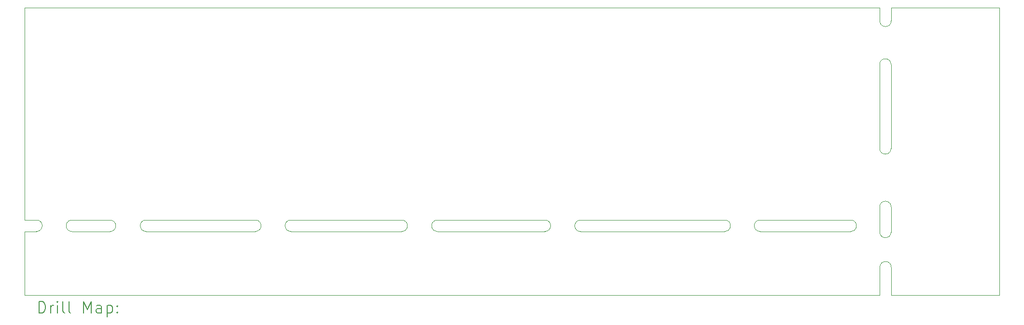
<source format=gbr>
%TF.GenerationSoftware,KiCad,Pcbnew,6.0.11+dfsg-1*%
%TF.CreationDate,2023-05-31T16:10:53+02:00*%
%TF.ProjectId,ctrl-m,6374726c-2d6d-42e6-9b69-6361645f7063,1.1*%
%TF.SameCoordinates,Original*%
%TF.FileFunction,Drillmap*%
%TF.FilePolarity,Positive*%
%FSLAX45Y45*%
G04 Gerber Fmt 4.5, Leading zero omitted, Abs format (unit mm)*
G04 Created by KiCad (PCBNEW 6.0.11+dfsg-1) date 2023-05-31 16:10:53*
%MOMM*%
%LPD*%
G01*
G04 APERTURE LIST*
%ADD10C,0.050000*%
%ADD11C,0.200000*%
G04 APERTURE END LIST*
D10*
X6000000Y-11229900D02*
X6000000Y-7500000D01*
X21200000Y-12549900D02*
X23100000Y-12550000D01*
X20999000Y-12549900D02*
X6000000Y-12550000D01*
X21199000Y-7500000D02*
X23100000Y-7500000D01*
X20999000Y-7500000D02*
X6000000Y-7500000D01*
X21196000Y-8493900D02*
G75*
G03*
X20996000Y-8493900I-100000J0D01*
G01*
X21197000Y-10998900D02*
G75*
G03*
X20997000Y-10998900I-100000J0D01*
G01*
X20996000Y-9970900D02*
G75*
G03*
X21196000Y-9970900I100000J0D01*
G01*
X20997000Y-11439900D02*
G75*
G03*
X21197000Y-11439900I100000J0D01*
G01*
X20999000Y-7727900D02*
G75*
G03*
X21198995Y-7728900I100000J0D01*
G01*
X20996000Y-9970900D02*
X20996000Y-8493900D01*
X20997000Y-11439900D02*
X20997000Y-10998900D01*
X21197000Y-11439900D02*
X21197000Y-10998900D01*
X21196000Y-9970900D02*
X21196000Y-8493900D01*
X20999000Y-7500000D02*
X20999000Y-7727900D01*
X21199000Y-7500000D02*
X21198995Y-7728900D01*
X6000000Y-11229900D02*
X6211000Y-11229905D01*
X6000000Y-11429900D02*
X6210000Y-11429900D01*
X6210000Y-11429900D02*
G75*
G03*
X6211000Y-11229905I0J100000D01*
G01*
X20489000Y-11229900D02*
X19842000Y-11229900D01*
X18898000Y-11229900D02*
G75*
G03*
X18898000Y-11429900I0J-100000D01*
G01*
X20489000Y-11429900D02*
X19842000Y-11429900D01*
X20489000Y-11429900D02*
G75*
G03*
X20489000Y-11229900I0J100000D01*
G01*
X21200000Y-12059900D02*
G75*
G03*
X21000000Y-12059900I-100000J0D01*
G01*
X20999000Y-12549900D02*
X21000000Y-12059900D01*
X21200000Y-12059900D02*
X21200000Y-12549900D01*
X7500000Y-11430905D02*
G75*
G03*
X7501000Y-11230900I0J100005D01*
G01*
X15126000Y-11429900D02*
G75*
G03*
X15126000Y-11229900I0J100000D01*
G01*
X16685000Y-11229900D02*
X15750000Y-11231900D01*
X16370000Y-11431900D02*
X15750000Y-11431900D01*
X15750000Y-11231900D02*
G75*
G03*
X15750000Y-11431900I0J-100000D01*
G01*
X7501000Y-11230900D02*
X6830000Y-11230900D01*
X7500000Y-11430895D02*
X6830000Y-11430900D01*
X8130000Y-11229900D02*
G75*
G03*
X8130000Y-11429900I0J-100000D01*
G01*
X6830000Y-11230900D02*
G75*
G03*
X6830000Y-11430900I0J-100000D01*
G01*
X17629000Y-11429900D02*
X16370000Y-11431900D01*
X13880000Y-11229900D02*
X13240000Y-11229900D01*
X12615000Y-11230900D02*
X11671000Y-11230900D01*
X15126000Y-11229900D02*
X13880000Y-11229900D01*
X10048000Y-11429900D02*
X8130000Y-11429900D01*
X17937000Y-11229900D02*
X16685000Y-11229900D01*
X19842000Y-11429900D02*
X18898000Y-11429900D01*
X13880000Y-11429900D02*
X13240000Y-11429900D01*
X10048000Y-11429900D02*
G75*
G03*
X10048000Y-11229900I0J100000D01*
G01*
X10048000Y-11229900D02*
X8130000Y-11229900D01*
X12615000Y-11430900D02*
X11313000Y-11429900D01*
X18280000Y-11229900D02*
X17937000Y-11229900D01*
X10670000Y-11229900D02*
G75*
G03*
X10670000Y-11429900I0J-100000D01*
G01*
X11313000Y-11429900D02*
X10670000Y-11429900D01*
X18280000Y-11429900D02*
G75*
G03*
X18280000Y-11229900I0J100000D01*
G01*
X18280000Y-11429900D02*
X17629000Y-11429900D01*
X13240000Y-11229900D02*
G75*
G03*
X13240000Y-11429900I0J-100000D01*
G01*
X6000000Y-11429900D02*
X6000000Y-12549900D01*
X15126000Y-11429900D02*
X13880000Y-11429900D01*
X11671000Y-11230900D02*
X10670000Y-11229900D01*
X19842000Y-11229900D02*
X18898000Y-11229900D01*
X12615000Y-11430900D02*
G75*
G03*
X12615000Y-11230900I0J100000D01*
G01*
X23100000Y-7500000D02*
X23100000Y-12550000D01*
D11*
X6255119Y-12862976D02*
X6255119Y-12662976D01*
X6302738Y-12662976D01*
X6331309Y-12672500D01*
X6350357Y-12691548D01*
X6359881Y-12710595D01*
X6369405Y-12748690D01*
X6369405Y-12777262D01*
X6359881Y-12815357D01*
X6350357Y-12834405D01*
X6331309Y-12853452D01*
X6302738Y-12862976D01*
X6255119Y-12862976D01*
X6455119Y-12862976D02*
X6455119Y-12729643D01*
X6455119Y-12767738D02*
X6464643Y-12748690D01*
X6474167Y-12739167D01*
X6493214Y-12729643D01*
X6512262Y-12729643D01*
X6578928Y-12862976D02*
X6578928Y-12729643D01*
X6578928Y-12662976D02*
X6569405Y-12672500D01*
X6578928Y-12682024D01*
X6588452Y-12672500D01*
X6578928Y-12662976D01*
X6578928Y-12682024D01*
X6702738Y-12862976D02*
X6683690Y-12853452D01*
X6674167Y-12834405D01*
X6674167Y-12662976D01*
X6807500Y-12862976D02*
X6788452Y-12853452D01*
X6778928Y-12834405D01*
X6778928Y-12662976D01*
X7036071Y-12862976D02*
X7036071Y-12662976D01*
X7102738Y-12805833D01*
X7169405Y-12662976D01*
X7169405Y-12862976D01*
X7350357Y-12862976D02*
X7350357Y-12758214D01*
X7340833Y-12739167D01*
X7321786Y-12729643D01*
X7283690Y-12729643D01*
X7264643Y-12739167D01*
X7350357Y-12853452D02*
X7331309Y-12862976D01*
X7283690Y-12862976D01*
X7264643Y-12853452D01*
X7255119Y-12834405D01*
X7255119Y-12815357D01*
X7264643Y-12796309D01*
X7283690Y-12786786D01*
X7331309Y-12786786D01*
X7350357Y-12777262D01*
X7445595Y-12729643D02*
X7445595Y-12929643D01*
X7445595Y-12739167D02*
X7464643Y-12729643D01*
X7502738Y-12729643D01*
X7521786Y-12739167D01*
X7531309Y-12748690D01*
X7540833Y-12767738D01*
X7540833Y-12824881D01*
X7531309Y-12843928D01*
X7521786Y-12853452D01*
X7502738Y-12862976D01*
X7464643Y-12862976D01*
X7445595Y-12853452D01*
X7626548Y-12843928D02*
X7636071Y-12853452D01*
X7626548Y-12862976D01*
X7617024Y-12853452D01*
X7626548Y-12843928D01*
X7626548Y-12862976D01*
X7626548Y-12739167D02*
X7636071Y-12748690D01*
X7626548Y-12758214D01*
X7617024Y-12748690D01*
X7626548Y-12739167D01*
X7626548Y-12758214D01*
M02*

</source>
